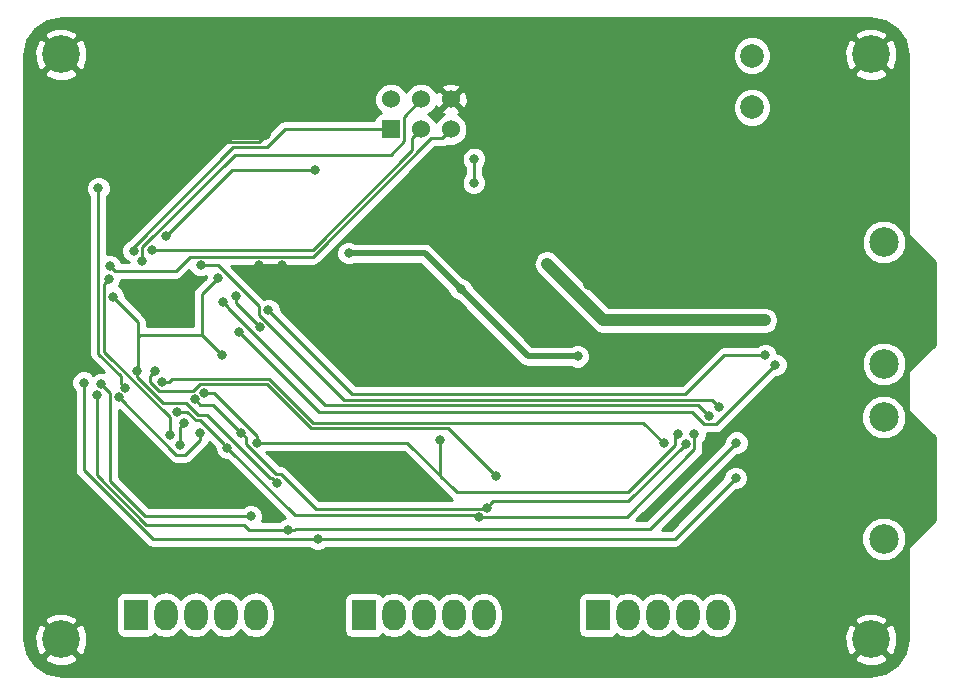
<source format=gbr>
G04 #@! TF.FileFunction,Copper,L2,Bot,Signal*
%FSLAX46Y46*%
G04 Gerber Fmt 4.6, Leading zero omitted, Abs format (unit mm)*
G04 Created by KiCad (PCBNEW 4.0.7) date 11/30/17 15:22:44*
%MOMM*%
%LPD*%
G01*
G04 APERTURE LIST*
%ADD10C,0.100000*%
%ADD11C,0.800000*%
%ADD12C,2.000000*%
%ADD13R,2.000000X2.600000*%
%ADD14O,2.000000X2.600000*%
%ADD15R,1.524000X1.524000*%
%ADD16C,1.524000*%
%ADD17C,3.200000*%
%ADD18C,2.500000*%
%ADD19C,0.250000*%
%ADD20C,1.000000*%
%ADD21C,0.500000*%
%ADD22C,0.254000*%
G04 APERTURE END LIST*
D10*
D11*
X174142400Y-67843400D03*
X176784000Y-83032600D03*
X196215000Y-83032600D03*
X216408000Y-83032600D03*
X205950441Y-68125571D03*
D12*
X223600000Y-45820000D03*
X223600000Y-50220000D03*
D13*
X210541000Y-93192600D03*
D14*
X213081000Y-93192600D03*
X215621000Y-93192600D03*
X218161000Y-93192600D03*
X220701000Y-93192600D03*
D15*
X193040000Y-52070000D03*
D16*
X195580000Y-52070000D03*
X198120000Y-52070000D03*
X198120000Y-49530000D03*
X195580000Y-49530000D03*
X193040000Y-49530000D03*
D13*
X171425000Y-93167200D03*
D14*
X173965000Y-93167200D03*
X176505000Y-93167200D03*
X179045000Y-93167200D03*
X181585000Y-93167200D03*
D13*
X190729000Y-93192600D03*
D14*
X193269000Y-93192600D03*
X195809000Y-93192600D03*
X198349000Y-93192600D03*
X200889000Y-93192600D03*
D17*
X233680000Y-45720000D03*
X233680000Y-95250000D03*
X165100000Y-95250000D03*
X165100000Y-45720000D03*
D18*
X234772200Y-61626600D03*
X234772200Y-71926600D03*
X234755800Y-76434800D03*
X234755800Y-86734800D03*
D11*
X204185141Y-68112871D03*
X183388000Y-81991200D03*
X178384200Y-64675800D03*
X178741914Y-71165859D03*
X171579852Y-72504331D03*
X169494200Y-66242958D03*
X200050400Y-56591200D03*
X200050400Y-54559200D03*
X171244588Y-62337301D03*
X172800860Y-62260060D03*
X171941979Y-63219663D03*
X169242165Y-63663880D03*
X224726500Y-71196200D03*
X182664100Y-67398900D03*
X186829700Y-86728300D03*
X222224600Y-81584800D03*
X167025977Y-73509301D03*
X222290743Y-78602138D03*
X184327800Y-85961009D03*
X168134126Y-74572733D03*
X174295945Y-77931169D03*
X169138600Y-64744600D03*
X216115900Y-78625700D03*
X173666065Y-73494499D03*
X200533000Y-84913310D03*
X218733301Y-77862508D03*
X179193543Y-79050663D03*
X174944782Y-75959810D03*
X220853000Y-75565000D03*
X176928643Y-63575708D03*
X201155300Y-84124800D03*
X218008291Y-78689200D03*
X176437779Y-74941224D03*
X180340000Y-77749400D03*
X175514000Y-76932541D03*
X175212941Y-78832564D03*
X176903721Y-77781421D03*
X169979783Y-74753163D03*
X217371722Y-77866910D03*
X177252171Y-74360888D03*
X197231000Y-78333600D03*
X181737000Y-78613000D03*
X225590100Y-72009000D03*
X180136800Y-69189600D03*
X206242541Y-63457371D03*
X224713800Y-68224400D03*
X204807437Y-61978771D03*
X209709639Y-65268071D03*
X181889400Y-63582821D03*
X183819800Y-63582821D03*
X199898000Y-49657000D03*
X196291200Y-56921400D03*
X182448200Y-52578000D03*
X176428400Y-52730400D03*
X208838800Y-71285100D03*
X198932800Y-65595500D03*
X189445900Y-62547500D03*
X201904600Y-81407000D03*
X173029864Y-72520472D03*
X181178200Y-84810600D03*
X168475988Y-73632971D03*
X219927522Y-76321997D03*
X178838945Y-66685806D03*
X181939326Y-68834902D03*
X179908200Y-66192400D03*
X168275000Y-57048400D03*
X170561000Y-73939400D03*
X173981960Y-61078960D03*
X186613800Y-55473600D03*
D19*
X182759401Y-81591201D02*
X182988001Y-81591201D01*
X171579852Y-73070016D02*
X173744636Y-75234800D01*
X171579852Y-72504331D02*
X171579852Y-73070016D01*
X173744636Y-75234800D02*
X175704500Y-75234800D01*
X175704500Y-75234800D02*
X176732198Y-76262498D01*
X176732198Y-76262498D02*
X177430698Y-76262498D01*
X177430698Y-76262498D02*
X182759401Y-81591201D01*
X182988001Y-81591201D02*
X183388000Y-81991200D01*
X177019655Y-69443600D02*
X177019655Y-66040345D01*
X177019655Y-66040345D02*
X178384200Y-64675800D01*
X177019655Y-69443600D02*
X178741914Y-71165859D01*
X171856400Y-69443600D02*
X177019655Y-69443600D01*
X171632260Y-72451923D02*
X171579852Y-72504331D01*
X171632260Y-71976715D02*
X171632260Y-72451923D01*
X171632260Y-68381018D02*
X171632260Y-71976715D01*
X171856400Y-69443600D02*
X171632260Y-69667740D01*
X171632260Y-69667740D02*
X171632260Y-71976715D01*
X169494200Y-66242958D02*
X171632260Y-68381018D01*
X200050400Y-54559200D02*
X200050400Y-56591200D01*
X193040000Y-52070000D02*
X184029204Y-52070000D01*
X184029204Y-52070000D02*
X182518794Y-53580410D01*
X182518794Y-53580410D02*
X179667790Y-53580410D01*
X179667790Y-53580410D02*
X171244588Y-62003612D01*
X171244588Y-62003612D02*
X171244588Y-62337301D01*
X186398325Y-62260060D02*
X172800860Y-62260060D01*
X194818001Y-53840384D02*
X186398325Y-62260060D01*
X195580000Y-52070000D02*
X194818001Y-52831999D01*
X194818001Y-52831999D02*
X194818001Y-53840384D01*
X195580000Y-49530000D02*
X194127001Y-50982999D01*
X194127001Y-50982999D02*
X194127001Y-53092001D01*
X194127001Y-53092001D02*
X193004382Y-54214620D01*
X179820980Y-54214620D02*
X171969598Y-62066002D01*
X171969598Y-62066002D02*
X171969598Y-62626359D01*
X193004382Y-54214620D02*
X179820980Y-54214620D01*
X171969598Y-62626359D02*
X171941979Y-62653978D01*
X171941979Y-62653978D02*
X171941979Y-63219663D01*
X169642164Y-64063879D02*
X169242165Y-63663880D01*
X174815516Y-64063879D02*
X169642164Y-64063879D01*
X196462797Y-52831999D02*
X186444089Y-62850707D01*
X197358001Y-52831999D02*
X196462797Y-52831999D01*
X198120000Y-52070000D02*
X197358001Y-52831999D01*
X176028688Y-62850707D02*
X174815516Y-64063879D01*
X186444089Y-62850707D02*
X176028688Y-62850707D01*
X189762299Y-74497099D02*
X217977699Y-74497099D01*
X221278598Y-71196200D02*
X224726500Y-71196200D01*
X217977699Y-74497099D02*
X221278598Y-71196200D01*
X182664100Y-67398900D02*
X189762299Y-74497099D01*
X187395385Y-86728300D02*
X186829700Y-86728300D01*
X222224600Y-81584800D02*
X217081100Y-86728300D01*
X186264015Y-86728300D02*
X186829700Y-86728300D01*
X217081100Y-86728300D02*
X187395385Y-86728300D01*
X172856878Y-86728300D02*
X186264015Y-86728300D01*
X167025977Y-80897399D02*
X172856878Y-86728300D01*
X167025977Y-73509301D02*
X167025977Y-80897399D01*
X214953083Y-85939798D02*
X221890744Y-79002137D01*
X184327800Y-85961009D02*
X184893485Y-85961009D01*
X184893485Y-85961009D02*
X184914696Y-85939798D01*
X184914696Y-85939798D02*
X214953083Y-85939798D01*
X221890744Y-79002137D02*
X222290743Y-78602138D01*
X184327800Y-85961009D02*
X181027007Y-85961009D01*
X168134126Y-81369137D02*
X168134126Y-74572733D01*
X172325999Y-85561010D02*
X168134126Y-81369137D01*
X181027007Y-85961009D02*
X180627008Y-85561010D01*
X180627008Y-85561010D02*
X172325999Y-85561010D01*
X168738601Y-65144599D02*
X168738601Y-70891599D01*
X169138600Y-64744600D02*
X168738601Y-65144599D01*
X168738601Y-70891599D02*
X174295945Y-76448943D01*
X174295945Y-76448943D02*
X174295945Y-77931169D01*
X182747364Y-73185875D02*
X186452800Y-76891311D01*
X174231750Y-73494499D02*
X174540374Y-73185875D01*
X214381511Y-76891311D02*
X216115900Y-78625700D01*
X186452800Y-76891311D02*
X214381511Y-76891311D01*
X173666065Y-73494499D02*
X174231750Y-73494499D01*
X174540374Y-73185875D02*
X182747364Y-73185875D01*
X200533000Y-84759800D02*
X200623002Y-84849802D01*
X200623002Y-84849802D02*
X213041398Y-84849802D01*
X213041398Y-84849802D02*
X218733301Y-79157899D01*
X218733301Y-79157899D02*
X218733301Y-78428193D01*
X218733301Y-78428193D02*
X218733301Y-77862508D01*
X200533000Y-84759800D02*
X200533000Y-84913310D01*
X178793544Y-78650664D02*
X179193543Y-79050663D01*
X178793544Y-78637964D02*
X178793544Y-78650664D01*
X184902680Y-84759800D02*
X179193543Y-79050663D01*
X175793099Y-75959810D02*
X176545798Y-76712509D01*
X174944782Y-75959810D02*
X175793099Y-75959810D01*
X176868089Y-76712509D02*
X178793544Y-78637964D01*
X200533000Y-84759800D02*
X184902680Y-84759800D01*
X176545798Y-76712509D02*
X176868089Y-76712509D01*
X220237101Y-74949101D02*
X220853000Y-75565000D01*
X181882201Y-67752458D02*
X189078844Y-74949101D01*
X178401453Y-63575708D02*
X181882201Y-67056456D01*
X189078844Y-74949101D02*
X220237101Y-74949101D01*
X176928643Y-63575708D02*
X178401453Y-63575708D01*
X181882201Y-67056456D02*
X181882201Y-67752458D01*
X201549000Y-83725013D02*
X201701400Y-83572613D01*
X201701400Y-83572613D02*
X213124878Y-83572613D01*
X213124878Y-83572613D02*
X218008291Y-78689200D01*
X201549000Y-83725013D02*
X201155300Y-84118713D01*
X201155300Y-84118713D02*
X201155300Y-84124800D01*
X180739999Y-78149399D02*
X180340000Y-77749400D01*
X201549000Y-83725013D02*
X201085713Y-84188300D01*
X201085713Y-84188300D02*
X186658104Y-84188300D01*
X186658104Y-84188300D02*
X183723302Y-81253498D01*
X183723302Y-81253498D02*
X183291113Y-81253498D01*
X183291113Y-81253498D02*
X180739999Y-78702384D01*
X180739999Y-78702384D02*
X180739999Y-78149399D01*
X176868987Y-75372432D02*
X176437779Y-74941224D01*
X180340000Y-77749400D02*
X177963032Y-75372432D01*
X177963032Y-75372432D02*
X176868987Y-75372432D01*
X175212941Y-78832564D02*
X175212941Y-77233600D01*
X175212941Y-77233600D02*
X175514000Y-76932541D01*
X174842920Y-79616300D02*
X175634527Y-79616300D01*
X176903721Y-78347106D02*
X176903721Y-77781421D01*
X175634527Y-79616300D02*
X176903721Y-78347106D01*
X169979783Y-74753163D02*
X174842920Y-79616300D01*
X213150987Y-82778600D02*
X217102750Y-78826837D01*
X198602600Y-82778600D02*
X213150987Y-82778600D01*
X217102750Y-78135882D02*
X217371722Y-77866910D01*
X217102750Y-78826837D02*
X217102750Y-78135882D01*
X181737000Y-78047315D02*
X178050573Y-74360888D01*
X178050573Y-74360888D02*
X177252171Y-74360888D01*
X181737000Y-78613000D02*
X181737000Y-78047315D01*
X181737000Y-78613000D02*
X194437000Y-78613000D01*
X194437000Y-78613000D02*
X198602600Y-82778600D01*
X198602600Y-82778600D02*
X197231000Y-81407000D01*
X197231000Y-81407000D02*
X197231000Y-78333600D01*
X218523812Y-75991289D02*
X219579521Y-77046998D01*
X186938489Y-75991289D02*
X218523812Y-75991289D01*
X180136800Y-69189600D02*
X186938489Y-75991289D01*
X219579521Y-77046998D02*
X220552102Y-77046998D01*
X220552102Y-77046998D02*
X225590100Y-72009000D01*
D20*
X224713800Y-68224400D02*
X211009570Y-68224400D01*
X211009570Y-68224400D02*
X206242541Y-63457371D01*
D19*
X206420339Y-61978771D02*
X204807437Y-61978771D01*
X209709639Y-65268071D02*
X206420339Y-61978771D01*
X183819800Y-63582821D02*
X181889400Y-63582821D01*
X196291200Y-56921400D02*
X199898000Y-53314600D01*
X199898000Y-53314600D02*
X199898000Y-49657000D01*
X181895801Y-53130399D02*
X182448200Y-52578000D01*
X176828399Y-53130399D02*
X181895801Y-53130399D01*
X176428400Y-52730400D02*
X176828399Y-53130399D01*
D21*
X208838800Y-71285100D02*
X204622400Y-71285100D01*
X204622400Y-71285100D02*
X198932800Y-65595500D01*
X198932800Y-65595500D02*
X195884800Y-62547500D01*
X195884800Y-62547500D02*
X189445900Y-62547500D01*
D19*
X176904169Y-73635886D02*
X182560964Y-73635886D01*
X186266400Y-77341322D02*
X197838922Y-77341322D01*
X172629865Y-73483618D02*
X173371784Y-74225537D01*
X173371784Y-74225537D02*
X176314518Y-74225537D01*
X182560964Y-73635886D02*
X186266400Y-77341322D01*
X173029864Y-72520472D02*
X172629865Y-72920471D01*
X172629865Y-72920471D02*
X172629865Y-73483618D01*
X197838922Y-77341322D02*
X201904600Y-81407000D01*
X176314518Y-74225537D02*
X176904169Y-73635886D01*
X169254782Y-81853382D02*
X172212000Y-84810600D01*
X172212000Y-84810600D02*
X181178200Y-84810600D01*
X169254782Y-74411765D02*
X169254782Y-81853382D01*
X168475988Y-73632971D02*
X169254782Y-74411765D01*
X219007103Y-75401578D02*
X219927522Y-76321997D01*
X179238944Y-67179554D02*
X187460968Y-75401578D01*
X187460968Y-75401578D02*
X219007103Y-75401578D01*
X179238944Y-67085805D02*
X179238944Y-67179554D01*
X178838945Y-66685806D02*
X179238944Y-67085805D01*
X179908200Y-66803776D02*
X181939326Y-68834902D01*
X179908200Y-66192400D02*
X179908200Y-66803776D01*
X168275000Y-71069200D02*
X168275000Y-57048400D01*
X170161001Y-72955201D02*
X168275000Y-71069200D01*
X170561000Y-73939400D02*
X170161001Y-73539401D01*
X170161001Y-73539401D02*
X170161001Y-72955201D01*
X179587320Y-55473600D02*
X173981960Y-61078960D01*
X186613800Y-55473600D02*
X179587320Y-55473600D01*
D22*
G36*
X234860995Y-42868824D02*
X235862196Y-43537804D01*
X236531175Y-44539005D01*
X236780000Y-45789931D01*
X236780000Y-60706000D01*
X236834046Y-60977705D01*
X236987954Y-61208046D01*
X239066000Y-63286092D01*
X239066000Y-70317908D01*
X236987954Y-72395954D01*
X236834046Y-72626295D01*
X236780000Y-72898000D01*
X236780000Y-75565000D01*
X236834046Y-75836705D01*
X236987954Y-76067046D01*
X239066000Y-78145092D01*
X239066000Y-85176908D01*
X236987954Y-87254954D01*
X236834046Y-87485295D01*
X236780000Y-87757000D01*
X236780000Y-95180069D01*
X236531175Y-96430995D01*
X235862196Y-97432196D01*
X234860995Y-98101176D01*
X233610069Y-98350000D01*
X165169931Y-98350000D01*
X163919005Y-98101175D01*
X162917804Y-97432196D01*
X162519575Y-96836202D01*
X163693403Y-96836202D01*
X163865390Y-97165360D01*
X164692346Y-97492026D01*
X165581363Y-97477365D01*
X166334610Y-97165360D01*
X166506597Y-96836202D01*
X232273403Y-96836202D01*
X232445390Y-97165360D01*
X233272346Y-97492026D01*
X234161363Y-97477365D01*
X234914610Y-97165360D01*
X235086597Y-96836202D01*
X233680000Y-95429605D01*
X232273403Y-96836202D01*
X166506597Y-96836202D01*
X165100000Y-95429605D01*
X163693403Y-96836202D01*
X162519575Y-96836202D01*
X162248824Y-96430995D01*
X162000000Y-95180069D01*
X162000000Y-94842346D01*
X162857974Y-94842346D01*
X162872635Y-95731363D01*
X163184640Y-96484610D01*
X163513798Y-96656597D01*
X164920395Y-95250000D01*
X165279605Y-95250000D01*
X166686202Y-96656597D01*
X167015360Y-96484610D01*
X167342026Y-95657654D01*
X167327365Y-94768637D01*
X167015360Y-94015390D01*
X166686202Y-93843403D01*
X165279605Y-95250000D01*
X164920395Y-95250000D01*
X163513798Y-93843403D01*
X163184640Y-94015390D01*
X162857974Y-94842346D01*
X162000000Y-94842346D01*
X162000000Y-93663798D01*
X163693403Y-93663798D01*
X165100000Y-95070395D01*
X166506597Y-93663798D01*
X166334610Y-93334640D01*
X165507654Y-93007974D01*
X164618637Y-93022635D01*
X163865390Y-93334640D01*
X163693403Y-93663798D01*
X162000000Y-93663798D01*
X162000000Y-91867200D01*
X169777560Y-91867200D01*
X169777560Y-94467200D01*
X169821838Y-94702517D01*
X169960910Y-94918641D01*
X170173110Y-95063631D01*
X170425000Y-95114640D01*
X172425000Y-95114640D01*
X172660317Y-95070362D01*
X172876441Y-94931290D01*
X172981951Y-94776871D01*
X173339313Y-95015652D01*
X173965000Y-95140109D01*
X174590687Y-95015652D01*
X175121120Y-94661229D01*
X175235000Y-94490795D01*
X175348880Y-94661229D01*
X175879313Y-95015652D01*
X176505000Y-95140109D01*
X177130687Y-95015652D01*
X177661120Y-94661229D01*
X177775000Y-94490795D01*
X177888880Y-94661229D01*
X178419313Y-95015652D01*
X179045000Y-95140109D01*
X179670687Y-95015652D01*
X180201120Y-94661229D01*
X180315000Y-94490795D01*
X180428880Y-94661229D01*
X180959313Y-95015652D01*
X181585000Y-95140109D01*
X182210687Y-95015652D01*
X182741120Y-94661229D01*
X183095543Y-94130796D01*
X183220000Y-93505109D01*
X183220000Y-92829291D01*
X183095543Y-92203604D01*
X182887738Y-91892600D01*
X189081560Y-91892600D01*
X189081560Y-94492600D01*
X189125838Y-94727917D01*
X189264910Y-94944041D01*
X189477110Y-95089031D01*
X189729000Y-95140040D01*
X191729000Y-95140040D01*
X191964317Y-95095762D01*
X192180441Y-94956690D01*
X192285951Y-94802271D01*
X192643313Y-95041052D01*
X193269000Y-95165509D01*
X193894687Y-95041052D01*
X194425120Y-94686629D01*
X194539000Y-94516195D01*
X194652880Y-94686629D01*
X195183313Y-95041052D01*
X195809000Y-95165509D01*
X196434687Y-95041052D01*
X196965120Y-94686629D01*
X197079000Y-94516195D01*
X197192880Y-94686629D01*
X197723313Y-95041052D01*
X198349000Y-95165509D01*
X198974687Y-95041052D01*
X199505120Y-94686629D01*
X199619000Y-94516195D01*
X199732880Y-94686629D01*
X200263313Y-95041052D01*
X200889000Y-95165509D01*
X201514687Y-95041052D01*
X202045120Y-94686629D01*
X202399543Y-94156196D01*
X202524000Y-93530509D01*
X202524000Y-92854691D01*
X202399543Y-92229004D01*
X202174766Y-91892600D01*
X208893560Y-91892600D01*
X208893560Y-94492600D01*
X208937838Y-94727917D01*
X209076910Y-94944041D01*
X209289110Y-95089031D01*
X209541000Y-95140040D01*
X211541000Y-95140040D01*
X211776317Y-95095762D01*
X211992441Y-94956690D01*
X212097951Y-94802271D01*
X212455313Y-95041052D01*
X213081000Y-95165509D01*
X213706687Y-95041052D01*
X214237120Y-94686629D01*
X214351000Y-94516195D01*
X214464880Y-94686629D01*
X214995313Y-95041052D01*
X215621000Y-95165509D01*
X216246687Y-95041052D01*
X216777120Y-94686629D01*
X216891000Y-94516195D01*
X217004880Y-94686629D01*
X217535313Y-95041052D01*
X218161000Y-95165509D01*
X218786687Y-95041052D01*
X219317120Y-94686629D01*
X219431000Y-94516195D01*
X219544880Y-94686629D01*
X220075313Y-95041052D01*
X220701000Y-95165509D01*
X221326687Y-95041052D01*
X221624072Y-94842346D01*
X231437974Y-94842346D01*
X231452635Y-95731363D01*
X231764640Y-96484610D01*
X232093798Y-96656597D01*
X233500395Y-95250000D01*
X233859605Y-95250000D01*
X235266202Y-96656597D01*
X235595360Y-96484610D01*
X235922026Y-95657654D01*
X235907365Y-94768637D01*
X235595360Y-94015390D01*
X235266202Y-93843403D01*
X233859605Y-95250000D01*
X233500395Y-95250000D01*
X232093798Y-93843403D01*
X231764640Y-94015390D01*
X231437974Y-94842346D01*
X221624072Y-94842346D01*
X221857120Y-94686629D01*
X222211543Y-94156196D01*
X222309487Y-93663798D01*
X232273403Y-93663798D01*
X233680000Y-95070395D01*
X235086597Y-93663798D01*
X234914610Y-93334640D01*
X234087654Y-93007974D01*
X233198637Y-93022635D01*
X232445390Y-93334640D01*
X232273403Y-93663798D01*
X222309487Y-93663798D01*
X222336000Y-93530509D01*
X222336000Y-92854691D01*
X222211543Y-92229004D01*
X221857120Y-91698571D01*
X221326687Y-91344148D01*
X220701000Y-91219691D01*
X220075313Y-91344148D01*
X219544880Y-91698571D01*
X219431000Y-91869005D01*
X219317120Y-91698571D01*
X218786687Y-91344148D01*
X218161000Y-91219691D01*
X217535313Y-91344148D01*
X217004880Y-91698571D01*
X216891000Y-91869005D01*
X216777120Y-91698571D01*
X216246687Y-91344148D01*
X215621000Y-91219691D01*
X214995313Y-91344148D01*
X214464880Y-91698571D01*
X214351000Y-91869005D01*
X214237120Y-91698571D01*
X213706687Y-91344148D01*
X213081000Y-91219691D01*
X212455313Y-91344148D01*
X212096808Y-91583693D01*
X212005090Y-91441159D01*
X211792890Y-91296169D01*
X211541000Y-91245160D01*
X209541000Y-91245160D01*
X209305683Y-91289438D01*
X209089559Y-91428510D01*
X208944569Y-91640710D01*
X208893560Y-91892600D01*
X202174766Y-91892600D01*
X202045120Y-91698571D01*
X201514687Y-91344148D01*
X200889000Y-91219691D01*
X200263313Y-91344148D01*
X199732880Y-91698571D01*
X199619000Y-91869005D01*
X199505120Y-91698571D01*
X198974687Y-91344148D01*
X198349000Y-91219691D01*
X197723313Y-91344148D01*
X197192880Y-91698571D01*
X197079000Y-91869005D01*
X196965120Y-91698571D01*
X196434687Y-91344148D01*
X195809000Y-91219691D01*
X195183313Y-91344148D01*
X194652880Y-91698571D01*
X194539000Y-91869005D01*
X194425120Y-91698571D01*
X193894687Y-91344148D01*
X193269000Y-91219691D01*
X192643313Y-91344148D01*
X192284808Y-91583693D01*
X192193090Y-91441159D01*
X191980890Y-91296169D01*
X191729000Y-91245160D01*
X189729000Y-91245160D01*
X189493683Y-91289438D01*
X189277559Y-91428510D01*
X189132569Y-91640710D01*
X189081560Y-91892600D01*
X182887738Y-91892600D01*
X182741120Y-91673171D01*
X182210687Y-91318748D01*
X181585000Y-91194291D01*
X180959313Y-91318748D01*
X180428880Y-91673171D01*
X180315000Y-91843605D01*
X180201120Y-91673171D01*
X179670687Y-91318748D01*
X179045000Y-91194291D01*
X178419313Y-91318748D01*
X177888880Y-91673171D01*
X177775000Y-91843605D01*
X177661120Y-91673171D01*
X177130687Y-91318748D01*
X176505000Y-91194291D01*
X175879313Y-91318748D01*
X175348880Y-91673171D01*
X175235000Y-91843605D01*
X175121120Y-91673171D01*
X174590687Y-91318748D01*
X173965000Y-91194291D01*
X173339313Y-91318748D01*
X172980808Y-91558293D01*
X172889090Y-91415759D01*
X172676890Y-91270769D01*
X172425000Y-91219760D01*
X170425000Y-91219760D01*
X170189683Y-91264038D01*
X169973559Y-91403110D01*
X169828569Y-91615310D01*
X169777560Y-91867200D01*
X162000000Y-91867200D01*
X162000000Y-73714272D01*
X165990798Y-73714272D01*
X166148035Y-74094816D01*
X166265977Y-74212964D01*
X166265977Y-80897399D01*
X166323829Y-81188238D01*
X166488576Y-81434800D01*
X172319477Y-87265701D01*
X172566038Y-87430448D01*
X172856878Y-87488300D01*
X186125939Y-87488300D01*
X186242654Y-87605219D01*
X186622923Y-87763120D01*
X187034671Y-87763479D01*
X187415215Y-87606242D01*
X187533363Y-87488300D01*
X217081100Y-87488300D01*
X217371939Y-87430448D01*
X217618501Y-87265701D01*
X217776097Y-87108105D01*
X232870474Y-87108105D01*
X233156843Y-87801172D01*
X233686639Y-88331893D01*
X234379205Y-88619472D01*
X235129105Y-88620126D01*
X235822172Y-88333757D01*
X236352893Y-87803961D01*
X236640472Y-87111395D01*
X236641126Y-86361495D01*
X236354757Y-85668428D01*
X235824961Y-85137707D01*
X235132395Y-84850128D01*
X234382495Y-84849474D01*
X233689428Y-85135843D01*
X233158707Y-85665639D01*
X232871128Y-86358205D01*
X232870474Y-87108105D01*
X217776097Y-87108105D01*
X222264367Y-82619835D01*
X222429571Y-82619979D01*
X222810115Y-82462742D01*
X223101519Y-82171846D01*
X223259420Y-81791577D01*
X223259779Y-81379829D01*
X223102542Y-80999285D01*
X222811646Y-80707881D01*
X222431377Y-80549980D01*
X222019629Y-80549621D01*
X221639085Y-80706858D01*
X221347681Y-80997754D01*
X221189780Y-81378023D01*
X221189634Y-81544964D01*
X216766298Y-85968300D01*
X215999383Y-85968300D01*
X222330510Y-79637173D01*
X222495714Y-79637317D01*
X222876258Y-79480080D01*
X223167662Y-79189184D01*
X223325563Y-78808915D01*
X223325922Y-78397167D01*
X223168685Y-78016623D01*
X222877789Y-77725219D01*
X222497520Y-77567318D01*
X222085772Y-77566959D01*
X221705228Y-77724196D01*
X221413824Y-78015092D01*
X221255923Y-78395361D01*
X221255777Y-78562302D01*
X214638281Y-85179798D01*
X213786204Y-85179798D01*
X219270702Y-79695300D01*
X219435449Y-79448739D01*
X219457056Y-79340112D01*
X219493301Y-79157899D01*
X219493301Y-78566269D01*
X219610220Y-78449554D01*
X219768121Y-78069285D01*
X219768350Y-77806998D01*
X220552102Y-77806998D01*
X220842941Y-77749146D01*
X221089503Y-77584399D01*
X221865797Y-76808105D01*
X232870474Y-76808105D01*
X233156843Y-77501172D01*
X233686639Y-78031893D01*
X234379205Y-78319472D01*
X235129105Y-78320126D01*
X235822172Y-78033757D01*
X236352893Y-77503961D01*
X236640472Y-76811395D01*
X236641126Y-76061495D01*
X236354757Y-75368428D01*
X235824961Y-74837707D01*
X235132395Y-74550128D01*
X234382495Y-74549474D01*
X233689428Y-74835843D01*
X233158707Y-75365639D01*
X232871128Y-76058205D01*
X232870474Y-76808105D01*
X221865797Y-76808105D01*
X225629867Y-73044035D01*
X225795071Y-73044179D01*
X226175615Y-72886942D01*
X226467019Y-72596046D01*
X226589987Y-72299905D01*
X232886874Y-72299905D01*
X233173243Y-72992972D01*
X233703039Y-73523693D01*
X234395605Y-73811272D01*
X235145505Y-73811926D01*
X235838572Y-73525557D01*
X236369293Y-72995761D01*
X236656872Y-72303195D01*
X236657526Y-71553295D01*
X236371157Y-70860228D01*
X235841361Y-70329507D01*
X235148795Y-70041928D01*
X234398895Y-70041274D01*
X233705828Y-70327643D01*
X233175107Y-70857439D01*
X232887528Y-71550005D01*
X232886874Y-72299905D01*
X226589987Y-72299905D01*
X226624920Y-72215777D01*
X226625279Y-71804029D01*
X226468042Y-71423485D01*
X226177146Y-71132081D01*
X225796877Y-70974180D01*
X225754619Y-70974143D01*
X225604442Y-70610685D01*
X225313546Y-70319281D01*
X224933277Y-70161380D01*
X224521529Y-70161021D01*
X224140985Y-70318258D01*
X224022837Y-70436200D01*
X221278598Y-70436200D01*
X220987759Y-70494052D01*
X220741197Y-70658799D01*
X217662897Y-73737099D01*
X190077101Y-73737099D01*
X183699135Y-67359133D01*
X183699279Y-67193929D01*
X183542042Y-66813385D01*
X183251146Y-66521981D01*
X182870877Y-66364080D01*
X182459129Y-66363721D01*
X182321242Y-66420695D01*
X179511254Y-63610707D01*
X186444089Y-63610707D01*
X186734928Y-63552855D01*
X186981490Y-63388108D01*
X187617127Y-62752471D01*
X188410721Y-62752471D01*
X188567958Y-63133015D01*
X188858854Y-63424419D01*
X189239123Y-63582320D01*
X189650871Y-63582679D01*
X190014333Y-63432500D01*
X195518220Y-63432500D01*
X197905669Y-65819948D01*
X198054858Y-66181015D01*
X198345754Y-66472419D01*
X198708951Y-66623231D01*
X203996608Y-71910887D01*
X203996610Y-71910890D01*
X204283725Y-72102733D01*
X204622400Y-72170100D01*
X208271215Y-72170100D01*
X208632023Y-72319920D01*
X209043771Y-72320279D01*
X209424315Y-72163042D01*
X209715719Y-71872146D01*
X209873620Y-71491877D01*
X209873979Y-71080129D01*
X209716742Y-70699585D01*
X209425846Y-70408181D01*
X209045577Y-70250280D01*
X208633829Y-70249921D01*
X208270367Y-70400100D01*
X204988979Y-70400100D01*
X199959931Y-65371051D01*
X199810742Y-65009985D01*
X199519846Y-64718581D01*
X199156647Y-64567768D01*
X198046251Y-63457371D01*
X205107541Y-63457371D01*
X205193938Y-63891716D01*
X205439975Y-64259937D01*
X210207004Y-69026966D01*
X210575224Y-69273003D01*
X211009570Y-69359400D01*
X224713800Y-69359400D01*
X225148146Y-69273003D01*
X225516366Y-69026966D01*
X225762403Y-68658746D01*
X225848800Y-68224400D01*
X225762403Y-67790054D01*
X225516366Y-67421834D01*
X225148146Y-67175797D01*
X224713800Y-67089400D01*
X211479702Y-67089400D01*
X207045107Y-62654805D01*
X206676886Y-62408768D01*
X206242541Y-62322371D01*
X205808196Y-62408768D01*
X205439975Y-62654805D01*
X205193938Y-63023026D01*
X205107541Y-63457371D01*
X198046251Y-63457371D01*
X196588785Y-61999905D01*
X232886874Y-61999905D01*
X233173243Y-62692972D01*
X233703039Y-63223693D01*
X234395605Y-63511272D01*
X235145505Y-63511926D01*
X235838572Y-63225557D01*
X236369293Y-62695761D01*
X236656872Y-62003195D01*
X236657526Y-61253295D01*
X236371157Y-60560228D01*
X235841361Y-60029507D01*
X235148795Y-59741928D01*
X234398895Y-59741274D01*
X233705828Y-60027643D01*
X233175107Y-60557439D01*
X232887528Y-61250005D01*
X232886874Y-61999905D01*
X196588785Y-61999905D01*
X196510590Y-61921710D01*
X196386745Y-61838960D01*
X196223475Y-61729867D01*
X196167284Y-61718690D01*
X195884800Y-61662499D01*
X195884795Y-61662500D01*
X190013485Y-61662500D01*
X189652677Y-61512680D01*
X189240929Y-61512321D01*
X188860385Y-61669558D01*
X188568981Y-61960454D01*
X188411080Y-62340723D01*
X188410721Y-62752471D01*
X187617127Y-62752471D01*
X195605427Y-54764171D01*
X199015221Y-54764171D01*
X199172458Y-55144715D01*
X199290400Y-55262863D01*
X199290400Y-55887439D01*
X199173481Y-56004154D01*
X199015580Y-56384423D01*
X199015221Y-56796171D01*
X199172458Y-57176715D01*
X199463354Y-57468119D01*
X199843623Y-57626020D01*
X200255371Y-57626379D01*
X200635915Y-57469142D01*
X200927319Y-57178246D01*
X201085220Y-56797977D01*
X201085579Y-56386229D01*
X200928342Y-56005685D01*
X200810400Y-55887537D01*
X200810400Y-55262961D01*
X200927319Y-55146246D01*
X201085220Y-54765977D01*
X201085579Y-54354229D01*
X200928342Y-53973685D01*
X200637446Y-53682281D01*
X200257177Y-53524380D01*
X199845429Y-53524021D01*
X199464885Y-53681258D01*
X199173481Y-53972154D01*
X199015580Y-54352423D01*
X199015221Y-54764171D01*
X195605427Y-54764171D01*
X196777599Y-53591999D01*
X197358001Y-53591999D01*
X197648840Y-53534147D01*
X197784652Y-53443401D01*
X197840900Y-53466757D01*
X198396661Y-53467242D01*
X198910303Y-53255010D01*
X199303629Y-52862370D01*
X199516757Y-52349100D01*
X199517242Y-51793339D01*
X199305010Y-51279697D01*
X198912370Y-50886371D01*
X198720273Y-50806605D01*
X198851143Y-50752397D01*
X198910975Y-50543795D01*
X221964716Y-50543795D01*
X222213106Y-51144943D01*
X222672637Y-51605278D01*
X223273352Y-51854716D01*
X223923795Y-51855284D01*
X224524943Y-51606894D01*
X224985278Y-51147363D01*
X225234716Y-50546648D01*
X225235284Y-49896205D01*
X224986894Y-49295057D01*
X224527363Y-48834722D01*
X223926648Y-48585284D01*
X223276205Y-48584716D01*
X222675057Y-48833106D01*
X222214722Y-49292637D01*
X221965284Y-49893352D01*
X221964716Y-50543795D01*
X198910975Y-50543795D01*
X198920608Y-50510213D01*
X198120000Y-49709605D01*
X197319392Y-50510213D01*
X197388857Y-50752397D01*
X197529318Y-50802509D01*
X197329697Y-50884990D01*
X196936371Y-51277630D01*
X196850051Y-51485512D01*
X196765010Y-51279697D01*
X196372370Y-50886371D01*
X196164488Y-50800051D01*
X196370303Y-50715010D01*
X196763629Y-50322370D01*
X196843395Y-50130273D01*
X196897603Y-50261143D01*
X197139787Y-50330608D01*
X197940395Y-49530000D01*
X198299605Y-49530000D01*
X199100213Y-50330608D01*
X199342397Y-50261143D01*
X199529144Y-49737698D01*
X199501362Y-49182632D01*
X199342397Y-48798857D01*
X199100213Y-48729392D01*
X198299605Y-49530000D01*
X197940395Y-49530000D01*
X197139787Y-48729392D01*
X196897603Y-48798857D01*
X196847491Y-48939318D01*
X196765010Y-48739697D01*
X196575432Y-48549787D01*
X197319392Y-48549787D01*
X198120000Y-49350395D01*
X198920608Y-48549787D01*
X198851143Y-48307603D01*
X198327698Y-48120856D01*
X197772632Y-48148638D01*
X197388857Y-48307603D01*
X197319392Y-48549787D01*
X196575432Y-48549787D01*
X196372370Y-48346371D01*
X195859100Y-48133243D01*
X195303339Y-48132758D01*
X194789697Y-48344990D01*
X194396371Y-48737630D01*
X194310051Y-48945512D01*
X194225010Y-48739697D01*
X193832370Y-48346371D01*
X193319100Y-48133243D01*
X192763339Y-48132758D01*
X192249697Y-48344990D01*
X191856371Y-48737630D01*
X191643243Y-49250900D01*
X191642758Y-49806661D01*
X191854990Y-50320303D01*
X192207833Y-50673763D01*
X192042683Y-50704838D01*
X191826559Y-50843910D01*
X191681569Y-51056110D01*
X191630560Y-51308000D01*
X191630560Y-51310000D01*
X184029204Y-51310000D01*
X183738364Y-51367852D01*
X183491803Y-51532599D01*
X182203992Y-52820410D01*
X179667790Y-52820410D01*
X179376951Y-52878262D01*
X179130389Y-53043008D01*
X170752742Y-61420656D01*
X170659073Y-61459359D01*
X170367669Y-61750255D01*
X170209768Y-62130524D01*
X170209409Y-62542272D01*
X170366646Y-62922816D01*
X170657542Y-63214220D01*
X170873466Y-63303879D01*
X170213287Y-63303879D01*
X170120107Y-63078365D01*
X169829211Y-62786961D01*
X169448942Y-62629060D01*
X169037194Y-62628701D01*
X169035000Y-62629608D01*
X169035000Y-57752161D01*
X169151919Y-57635446D01*
X169309820Y-57255177D01*
X169310179Y-56843429D01*
X169152942Y-56462885D01*
X168862046Y-56171481D01*
X168481777Y-56013580D01*
X168070029Y-56013221D01*
X167689485Y-56170458D01*
X167398081Y-56461354D01*
X167240180Y-56841623D01*
X167239821Y-57253371D01*
X167397058Y-57633915D01*
X167515000Y-57752063D01*
X167515000Y-71069200D01*
X167572852Y-71360039D01*
X167737599Y-71606601D01*
X168762086Y-72631088D01*
X168682765Y-72598151D01*
X168271017Y-72597792D01*
X167890473Y-72755029D01*
X167812829Y-72832537D01*
X167613023Y-72632382D01*
X167232754Y-72474481D01*
X166821006Y-72474122D01*
X166440462Y-72631359D01*
X166149058Y-72922255D01*
X165991157Y-73302524D01*
X165990798Y-73714272D01*
X162000000Y-73714272D01*
X162000000Y-47306202D01*
X163693403Y-47306202D01*
X163865390Y-47635360D01*
X164692346Y-47962026D01*
X165581363Y-47947365D01*
X166334610Y-47635360D01*
X166506597Y-47306202D01*
X165100000Y-45899605D01*
X163693403Y-47306202D01*
X162000000Y-47306202D01*
X162000000Y-45789931D01*
X162094997Y-45312346D01*
X162857974Y-45312346D01*
X162872635Y-46201363D01*
X163184640Y-46954610D01*
X163513798Y-47126597D01*
X164920395Y-45720000D01*
X165279605Y-45720000D01*
X166686202Y-47126597D01*
X167015360Y-46954610D01*
X167335649Y-46143795D01*
X221964716Y-46143795D01*
X222213106Y-46744943D01*
X222672637Y-47205278D01*
X223273352Y-47454716D01*
X223923795Y-47455284D01*
X224284599Y-47306202D01*
X232273403Y-47306202D01*
X232445390Y-47635360D01*
X233272346Y-47962026D01*
X234161363Y-47947365D01*
X234914610Y-47635360D01*
X235086597Y-47306202D01*
X233680000Y-45899605D01*
X232273403Y-47306202D01*
X224284599Y-47306202D01*
X224524943Y-47206894D01*
X224985278Y-46747363D01*
X225234716Y-46146648D01*
X225235284Y-45496205D01*
X225159315Y-45312346D01*
X231437974Y-45312346D01*
X231452635Y-46201363D01*
X231764640Y-46954610D01*
X232093798Y-47126597D01*
X233500395Y-45720000D01*
X233859605Y-45720000D01*
X235266202Y-47126597D01*
X235595360Y-46954610D01*
X235922026Y-46127654D01*
X235907365Y-45238637D01*
X235595360Y-44485390D01*
X235266202Y-44313403D01*
X233859605Y-45720000D01*
X233500395Y-45720000D01*
X232093798Y-44313403D01*
X231764640Y-44485390D01*
X231437974Y-45312346D01*
X225159315Y-45312346D01*
X224986894Y-44895057D01*
X224527363Y-44434722D01*
X223926648Y-44185284D01*
X223276205Y-44184716D01*
X222675057Y-44433106D01*
X222214722Y-44892637D01*
X221965284Y-45493352D01*
X221964716Y-46143795D01*
X167335649Y-46143795D01*
X167342026Y-46127654D01*
X167327365Y-45238637D01*
X167015360Y-44485390D01*
X166686202Y-44313403D01*
X165279605Y-45720000D01*
X164920395Y-45720000D01*
X163513798Y-44313403D01*
X163184640Y-44485390D01*
X162857974Y-45312346D01*
X162094997Y-45312346D01*
X162248824Y-44539005D01*
X162519574Y-44133798D01*
X163693403Y-44133798D01*
X165100000Y-45540395D01*
X166506597Y-44133798D01*
X232273403Y-44133798D01*
X233680000Y-45540395D01*
X235086597Y-44133798D01*
X234914610Y-43804640D01*
X234087654Y-43477974D01*
X233198637Y-43492635D01*
X232445390Y-43804640D01*
X232273403Y-44133798D01*
X166506597Y-44133798D01*
X166334610Y-43804640D01*
X165507654Y-43477974D01*
X164618637Y-43492635D01*
X163865390Y-43804640D01*
X163693403Y-44133798D01*
X162519574Y-44133798D01*
X162917804Y-43537804D01*
X163919005Y-42868825D01*
X165169931Y-42620000D01*
X233610069Y-42620000D01*
X234860995Y-42868824D01*
X234860995Y-42868824D01*
G37*
X234860995Y-42868824D02*
X235862196Y-43537804D01*
X236531175Y-44539005D01*
X236780000Y-45789931D01*
X236780000Y-60706000D01*
X236834046Y-60977705D01*
X236987954Y-61208046D01*
X239066000Y-63286092D01*
X239066000Y-70317908D01*
X236987954Y-72395954D01*
X236834046Y-72626295D01*
X236780000Y-72898000D01*
X236780000Y-75565000D01*
X236834046Y-75836705D01*
X236987954Y-76067046D01*
X239066000Y-78145092D01*
X239066000Y-85176908D01*
X236987954Y-87254954D01*
X236834046Y-87485295D01*
X236780000Y-87757000D01*
X236780000Y-95180069D01*
X236531175Y-96430995D01*
X235862196Y-97432196D01*
X234860995Y-98101176D01*
X233610069Y-98350000D01*
X165169931Y-98350000D01*
X163919005Y-98101175D01*
X162917804Y-97432196D01*
X162519575Y-96836202D01*
X163693403Y-96836202D01*
X163865390Y-97165360D01*
X164692346Y-97492026D01*
X165581363Y-97477365D01*
X166334610Y-97165360D01*
X166506597Y-96836202D01*
X232273403Y-96836202D01*
X232445390Y-97165360D01*
X233272346Y-97492026D01*
X234161363Y-97477365D01*
X234914610Y-97165360D01*
X235086597Y-96836202D01*
X233680000Y-95429605D01*
X232273403Y-96836202D01*
X166506597Y-96836202D01*
X165100000Y-95429605D01*
X163693403Y-96836202D01*
X162519575Y-96836202D01*
X162248824Y-96430995D01*
X162000000Y-95180069D01*
X162000000Y-94842346D01*
X162857974Y-94842346D01*
X162872635Y-95731363D01*
X163184640Y-96484610D01*
X163513798Y-96656597D01*
X164920395Y-95250000D01*
X165279605Y-95250000D01*
X166686202Y-96656597D01*
X167015360Y-96484610D01*
X167342026Y-95657654D01*
X167327365Y-94768637D01*
X167015360Y-94015390D01*
X166686202Y-93843403D01*
X165279605Y-95250000D01*
X164920395Y-95250000D01*
X163513798Y-93843403D01*
X163184640Y-94015390D01*
X162857974Y-94842346D01*
X162000000Y-94842346D01*
X162000000Y-93663798D01*
X163693403Y-93663798D01*
X165100000Y-95070395D01*
X166506597Y-93663798D01*
X166334610Y-93334640D01*
X165507654Y-93007974D01*
X164618637Y-93022635D01*
X163865390Y-93334640D01*
X163693403Y-93663798D01*
X162000000Y-93663798D01*
X162000000Y-91867200D01*
X169777560Y-91867200D01*
X169777560Y-94467200D01*
X169821838Y-94702517D01*
X169960910Y-94918641D01*
X170173110Y-95063631D01*
X170425000Y-95114640D01*
X172425000Y-95114640D01*
X172660317Y-95070362D01*
X172876441Y-94931290D01*
X172981951Y-94776871D01*
X173339313Y-95015652D01*
X173965000Y-95140109D01*
X174590687Y-95015652D01*
X175121120Y-94661229D01*
X175235000Y-94490795D01*
X175348880Y-94661229D01*
X175879313Y-95015652D01*
X176505000Y-95140109D01*
X177130687Y-95015652D01*
X177661120Y-94661229D01*
X177775000Y-94490795D01*
X177888880Y-94661229D01*
X178419313Y-95015652D01*
X179045000Y-95140109D01*
X179670687Y-95015652D01*
X180201120Y-94661229D01*
X180315000Y-94490795D01*
X180428880Y-94661229D01*
X180959313Y-95015652D01*
X181585000Y-95140109D01*
X182210687Y-95015652D01*
X182741120Y-94661229D01*
X183095543Y-94130796D01*
X183220000Y-93505109D01*
X183220000Y-92829291D01*
X183095543Y-92203604D01*
X182887738Y-91892600D01*
X189081560Y-91892600D01*
X189081560Y-94492600D01*
X189125838Y-94727917D01*
X189264910Y-94944041D01*
X189477110Y-95089031D01*
X189729000Y-95140040D01*
X191729000Y-95140040D01*
X191964317Y-95095762D01*
X192180441Y-94956690D01*
X192285951Y-94802271D01*
X192643313Y-95041052D01*
X193269000Y-95165509D01*
X193894687Y-95041052D01*
X194425120Y-94686629D01*
X194539000Y-94516195D01*
X194652880Y-94686629D01*
X195183313Y-95041052D01*
X195809000Y-95165509D01*
X196434687Y-95041052D01*
X196965120Y-94686629D01*
X197079000Y-94516195D01*
X197192880Y-94686629D01*
X197723313Y-95041052D01*
X198349000Y-95165509D01*
X198974687Y-95041052D01*
X199505120Y-94686629D01*
X199619000Y-94516195D01*
X199732880Y-94686629D01*
X200263313Y-95041052D01*
X200889000Y-95165509D01*
X201514687Y-95041052D01*
X202045120Y-94686629D01*
X202399543Y-94156196D01*
X202524000Y-93530509D01*
X202524000Y-92854691D01*
X202399543Y-92229004D01*
X202174766Y-91892600D01*
X208893560Y-91892600D01*
X208893560Y-94492600D01*
X208937838Y-94727917D01*
X209076910Y-94944041D01*
X209289110Y-95089031D01*
X209541000Y-95140040D01*
X211541000Y-95140040D01*
X211776317Y-95095762D01*
X211992441Y-94956690D01*
X212097951Y-94802271D01*
X212455313Y-95041052D01*
X213081000Y-95165509D01*
X213706687Y-95041052D01*
X214237120Y-94686629D01*
X214351000Y-94516195D01*
X214464880Y-94686629D01*
X214995313Y-95041052D01*
X215621000Y-95165509D01*
X216246687Y-95041052D01*
X216777120Y-94686629D01*
X216891000Y-94516195D01*
X217004880Y-94686629D01*
X217535313Y-95041052D01*
X218161000Y-95165509D01*
X218786687Y-95041052D01*
X219317120Y-94686629D01*
X219431000Y-94516195D01*
X219544880Y-94686629D01*
X220075313Y-95041052D01*
X220701000Y-95165509D01*
X221326687Y-95041052D01*
X221624072Y-94842346D01*
X231437974Y-94842346D01*
X231452635Y-95731363D01*
X231764640Y-96484610D01*
X232093798Y-96656597D01*
X233500395Y-95250000D01*
X233859605Y-95250000D01*
X235266202Y-96656597D01*
X235595360Y-96484610D01*
X235922026Y-95657654D01*
X235907365Y-94768637D01*
X235595360Y-94015390D01*
X235266202Y-93843403D01*
X233859605Y-95250000D01*
X233500395Y-95250000D01*
X232093798Y-93843403D01*
X231764640Y-94015390D01*
X231437974Y-94842346D01*
X221624072Y-94842346D01*
X221857120Y-94686629D01*
X222211543Y-94156196D01*
X222309487Y-93663798D01*
X232273403Y-93663798D01*
X233680000Y-95070395D01*
X235086597Y-93663798D01*
X234914610Y-93334640D01*
X234087654Y-93007974D01*
X233198637Y-93022635D01*
X232445390Y-93334640D01*
X232273403Y-93663798D01*
X222309487Y-93663798D01*
X222336000Y-93530509D01*
X222336000Y-92854691D01*
X222211543Y-92229004D01*
X221857120Y-91698571D01*
X221326687Y-91344148D01*
X220701000Y-91219691D01*
X220075313Y-91344148D01*
X219544880Y-91698571D01*
X219431000Y-91869005D01*
X219317120Y-91698571D01*
X218786687Y-91344148D01*
X218161000Y-91219691D01*
X217535313Y-91344148D01*
X217004880Y-91698571D01*
X216891000Y-91869005D01*
X216777120Y-91698571D01*
X216246687Y-91344148D01*
X215621000Y-91219691D01*
X214995313Y-91344148D01*
X214464880Y-91698571D01*
X214351000Y-91869005D01*
X214237120Y-91698571D01*
X213706687Y-91344148D01*
X213081000Y-91219691D01*
X212455313Y-91344148D01*
X212096808Y-91583693D01*
X212005090Y-91441159D01*
X211792890Y-91296169D01*
X211541000Y-91245160D01*
X209541000Y-91245160D01*
X209305683Y-91289438D01*
X209089559Y-91428510D01*
X208944569Y-91640710D01*
X208893560Y-91892600D01*
X202174766Y-91892600D01*
X202045120Y-91698571D01*
X201514687Y-91344148D01*
X200889000Y-91219691D01*
X200263313Y-91344148D01*
X199732880Y-91698571D01*
X199619000Y-91869005D01*
X199505120Y-91698571D01*
X198974687Y-91344148D01*
X198349000Y-91219691D01*
X197723313Y-91344148D01*
X197192880Y-91698571D01*
X197079000Y-91869005D01*
X196965120Y-91698571D01*
X196434687Y-91344148D01*
X195809000Y-91219691D01*
X195183313Y-91344148D01*
X194652880Y-91698571D01*
X194539000Y-91869005D01*
X194425120Y-91698571D01*
X193894687Y-91344148D01*
X193269000Y-91219691D01*
X192643313Y-91344148D01*
X192284808Y-91583693D01*
X192193090Y-91441159D01*
X191980890Y-91296169D01*
X191729000Y-91245160D01*
X189729000Y-91245160D01*
X189493683Y-91289438D01*
X189277559Y-91428510D01*
X189132569Y-91640710D01*
X189081560Y-91892600D01*
X182887738Y-91892600D01*
X182741120Y-91673171D01*
X182210687Y-91318748D01*
X181585000Y-91194291D01*
X180959313Y-91318748D01*
X180428880Y-91673171D01*
X180315000Y-91843605D01*
X180201120Y-91673171D01*
X179670687Y-91318748D01*
X179045000Y-91194291D01*
X178419313Y-91318748D01*
X177888880Y-91673171D01*
X177775000Y-91843605D01*
X177661120Y-91673171D01*
X177130687Y-91318748D01*
X176505000Y-91194291D01*
X175879313Y-91318748D01*
X175348880Y-91673171D01*
X175235000Y-91843605D01*
X175121120Y-91673171D01*
X174590687Y-91318748D01*
X173965000Y-91194291D01*
X173339313Y-91318748D01*
X172980808Y-91558293D01*
X172889090Y-91415759D01*
X172676890Y-91270769D01*
X172425000Y-91219760D01*
X170425000Y-91219760D01*
X170189683Y-91264038D01*
X169973559Y-91403110D01*
X169828569Y-91615310D01*
X169777560Y-91867200D01*
X162000000Y-91867200D01*
X162000000Y-73714272D01*
X165990798Y-73714272D01*
X166148035Y-74094816D01*
X166265977Y-74212964D01*
X166265977Y-80897399D01*
X166323829Y-81188238D01*
X166488576Y-81434800D01*
X172319477Y-87265701D01*
X172566038Y-87430448D01*
X172856878Y-87488300D01*
X186125939Y-87488300D01*
X186242654Y-87605219D01*
X186622923Y-87763120D01*
X187034671Y-87763479D01*
X187415215Y-87606242D01*
X187533363Y-87488300D01*
X217081100Y-87488300D01*
X217371939Y-87430448D01*
X217618501Y-87265701D01*
X217776097Y-87108105D01*
X232870474Y-87108105D01*
X233156843Y-87801172D01*
X233686639Y-88331893D01*
X234379205Y-88619472D01*
X235129105Y-88620126D01*
X235822172Y-88333757D01*
X236352893Y-87803961D01*
X236640472Y-87111395D01*
X236641126Y-86361495D01*
X236354757Y-85668428D01*
X235824961Y-85137707D01*
X235132395Y-84850128D01*
X234382495Y-84849474D01*
X233689428Y-85135843D01*
X233158707Y-85665639D01*
X232871128Y-86358205D01*
X232870474Y-87108105D01*
X217776097Y-87108105D01*
X222264367Y-82619835D01*
X222429571Y-82619979D01*
X222810115Y-82462742D01*
X223101519Y-82171846D01*
X223259420Y-81791577D01*
X223259779Y-81379829D01*
X223102542Y-80999285D01*
X222811646Y-80707881D01*
X222431377Y-80549980D01*
X222019629Y-80549621D01*
X221639085Y-80706858D01*
X221347681Y-80997754D01*
X221189780Y-81378023D01*
X221189634Y-81544964D01*
X216766298Y-85968300D01*
X215999383Y-85968300D01*
X222330510Y-79637173D01*
X222495714Y-79637317D01*
X222876258Y-79480080D01*
X223167662Y-79189184D01*
X223325563Y-78808915D01*
X223325922Y-78397167D01*
X223168685Y-78016623D01*
X222877789Y-77725219D01*
X222497520Y-77567318D01*
X222085772Y-77566959D01*
X221705228Y-77724196D01*
X221413824Y-78015092D01*
X221255923Y-78395361D01*
X221255777Y-78562302D01*
X214638281Y-85179798D01*
X213786204Y-85179798D01*
X219270702Y-79695300D01*
X219435449Y-79448739D01*
X219457056Y-79340112D01*
X219493301Y-79157899D01*
X219493301Y-78566269D01*
X219610220Y-78449554D01*
X219768121Y-78069285D01*
X219768350Y-77806998D01*
X220552102Y-77806998D01*
X220842941Y-77749146D01*
X221089503Y-77584399D01*
X221865797Y-76808105D01*
X232870474Y-76808105D01*
X233156843Y-77501172D01*
X233686639Y-78031893D01*
X234379205Y-78319472D01*
X235129105Y-78320126D01*
X235822172Y-78033757D01*
X236352893Y-77503961D01*
X236640472Y-76811395D01*
X236641126Y-76061495D01*
X236354757Y-75368428D01*
X235824961Y-74837707D01*
X235132395Y-74550128D01*
X234382495Y-74549474D01*
X233689428Y-74835843D01*
X233158707Y-75365639D01*
X232871128Y-76058205D01*
X232870474Y-76808105D01*
X221865797Y-76808105D01*
X225629867Y-73044035D01*
X225795071Y-73044179D01*
X226175615Y-72886942D01*
X226467019Y-72596046D01*
X226589987Y-72299905D01*
X232886874Y-72299905D01*
X233173243Y-72992972D01*
X233703039Y-73523693D01*
X234395605Y-73811272D01*
X235145505Y-73811926D01*
X235838572Y-73525557D01*
X236369293Y-72995761D01*
X236656872Y-72303195D01*
X236657526Y-71553295D01*
X236371157Y-70860228D01*
X235841361Y-70329507D01*
X235148795Y-70041928D01*
X234398895Y-70041274D01*
X233705828Y-70327643D01*
X233175107Y-70857439D01*
X232887528Y-71550005D01*
X232886874Y-72299905D01*
X226589987Y-72299905D01*
X226624920Y-72215777D01*
X226625279Y-71804029D01*
X226468042Y-71423485D01*
X226177146Y-71132081D01*
X225796877Y-70974180D01*
X225754619Y-70974143D01*
X225604442Y-70610685D01*
X225313546Y-70319281D01*
X224933277Y-70161380D01*
X224521529Y-70161021D01*
X224140985Y-70318258D01*
X224022837Y-70436200D01*
X221278598Y-70436200D01*
X220987759Y-70494052D01*
X220741197Y-70658799D01*
X217662897Y-73737099D01*
X190077101Y-73737099D01*
X183699135Y-67359133D01*
X183699279Y-67193929D01*
X183542042Y-66813385D01*
X183251146Y-66521981D01*
X182870877Y-66364080D01*
X182459129Y-66363721D01*
X182321242Y-66420695D01*
X179511254Y-63610707D01*
X186444089Y-63610707D01*
X186734928Y-63552855D01*
X186981490Y-63388108D01*
X187617127Y-62752471D01*
X188410721Y-62752471D01*
X188567958Y-63133015D01*
X188858854Y-63424419D01*
X189239123Y-63582320D01*
X189650871Y-63582679D01*
X190014333Y-63432500D01*
X195518220Y-63432500D01*
X197905669Y-65819948D01*
X198054858Y-66181015D01*
X198345754Y-66472419D01*
X198708951Y-66623231D01*
X203996608Y-71910887D01*
X203996610Y-71910890D01*
X204283725Y-72102733D01*
X204622400Y-72170100D01*
X208271215Y-72170100D01*
X208632023Y-72319920D01*
X209043771Y-72320279D01*
X209424315Y-72163042D01*
X209715719Y-71872146D01*
X209873620Y-71491877D01*
X209873979Y-71080129D01*
X209716742Y-70699585D01*
X209425846Y-70408181D01*
X209045577Y-70250280D01*
X208633829Y-70249921D01*
X208270367Y-70400100D01*
X204988979Y-70400100D01*
X199959931Y-65371051D01*
X199810742Y-65009985D01*
X199519846Y-64718581D01*
X199156647Y-64567768D01*
X198046251Y-63457371D01*
X205107541Y-63457371D01*
X205193938Y-63891716D01*
X205439975Y-64259937D01*
X210207004Y-69026966D01*
X210575224Y-69273003D01*
X211009570Y-69359400D01*
X224713800Y-69359400D01*
X225148146Y-69273003D01*
X225516366Y-69026966D01*
X225762403Y-68658746D01*
X225848800Y-68224400D01*
X225762403Y-67790054D01*
X225516366Y-67421834D01*
X225148146Y-67175797D01*
X224713800Y-67089400D01*
X211479702Y-67089400D01*
X207045107Y-62654805D01*
X206676886Y-62408768D01*
X206242541Y-62322371D01*
X205808196Y-62408768D01*
X205439975Y-62654805D01*
X205193938Y-63023026D01*
X205107541Y-63457371D01*
X198046251Y-63457371D01*
X196588785Y-61999905D01*
X232886874Y-61999905D01*
X233173243Y-62692972D01*
X233703039Y-63223693D01*
X234395605Y-63511272D01*
X235145505Y-63511926D01*
X235838572Y-63225557D01*
X236369293Y-62695761D01*
X236656872Y-62003195D01*
X236657526Y-61253295D01*
X236371157Y-60560228D01*
X235841361Y-60029507D01*
X235148795Y-59741928D01*
X234398895Y-59741274D01*
X233705828Y-60027643D01*
X233175107Y-60557439D01*
X232887528Y-61250005D01*
X232886874Y-61999905D01*
X196588785Y-61999905D01*
X196510590Y-61921710D01*
X196386745Y-61838960D01*
X196223475Y-61729867D01*
X196167284Y-61718690D01*
X195884800Y-61662499D01*
X195884795Y-61662500D01*
X190013485Y-61662500D01*
X189652677Y-61512680D01*
X189240929Y-61512321D01*
X188860385Y-61669558D01*
X188568981Y-61960454D01*
X188411080Y-62340723D01*
X188410721Y-62752471D01*
X187617127Y-62752471D01*
X195605427Y-54764171D01*
X199015221Y-54764171D01*
X199172458Y-55144715D01*
X199290400Y-55262863D01*
X199290400Y-55887439D01*
X199173481Y-56004154D01*
X199015580Y-56384423D01*
X199015221Y-56796171D01*
X199172458Y-57176715D01*
X199463354Y-57468119D01*
X199843623Y-57626020D01*
X200255371Y-57626379D01*
X200635915Y-57469142D01*
X200927319Y-57178246D01*
X201085220Y-56797977D01*
X201085579Y-56386229D01*
X200928342Y-56005685D01*
X200810400Y-55887537D01*
X200810400Y-55262961D01*
X200927319Y-55146246D01*
X201085220Y-54765977D01*
X201085579Y-54354229D01*
X200928342Y-53973685D01*
X200637446Y-53682281D01*
X200257177Y-53524380D01*
X199845429Y-53524021D01*
X199464885Y-53681258D01*
X199173481Y-53972154D01*
X199015580Y-54352423D01*
X199015221Y-54764171D01*
X195605427Y-54764171D01*
X196777599Y-53591999D01*
X197358001Y-53591999D01*
X197648840Y-53534147D01*
X197784652Y-53443401D01*
X197840900Y-53466757D01*
X198396661Y-53467242D01*
X198910303Y-53255010D01*
X199303629Y-52862370D01*
X199516757Y-52349100D01*
X199517242Y-51793339D01*
X199305010Y-51279697D01*
X198912370Y-50886371D01*
X198720273Y-50806605D01*
X198851143Y-50752397D01*
X198910975Y-50543795D01*
X221964716Y-50543795D01*
X222213106Y-51144943D01*
X222672637Y-51605278D01*
X223273352Y-51854716D01*
X223923795Y-51855284D01*
X224524943Y-51606894D01*
X224985278Y-51147363D01*
X225234716Y-50546648D01*
X225235284Y-49896205D01*
X224986894Y-49295057D01*
X224527363Y-48834722D01*
X223926648Y-48585284D01*
X223276205Y-48584716D01*
X222675057Y-48833106D01*
X222214722Y-49292637D01*
X221965284Y-49893352D01*
X221964716Y-50543795D01*
X198910975Y-50543795D01*
X198920608Y-50510213D01*
X198120000Y-49709605D01*
X197319392Y-50510213D01*
X197388857Y-50752397D01*
X197529318Y-50802509D01*
X197329697Y-50884990D01*
X196936371Y-51277630D01*
X196850051Y-51485512D01*
X196765010Y-51279697D01*
X196372370Y-50886371D01*
X196164488Y-50800051D01*
X196370303Y-50715010D01*
X196763629Y-50322370D01*
X196843395Y-50130273D01*
X196897603Y-50261143D01*
X197139787Y-50330608D01*
X197940395Y-49530000D01*
X198299605Y-49530000D01*
X199100213Y-50330608D01*
X199342397Y-50261143D01*
X199529144Y-49737698D01*
X199501362Y-49182632D01*
X199342397Y-48798857D01*
X199100213Y-48729392D01*
X198299605Y-49530000D01*
X197940395Y-49530000D01*
X197139787Y-48729392D01*
X196897603Y-48798857D01*
X196847491Y-48939318D01*
X196765010Y-48739697D01*
X196575432Y-48549787D01*
X197319392Y-48549787D01*
X198120000Y-49350395D01*
X198920608Y-48549787D01*
X198851143Y-48307603D01*
X198327698Y-48120856D01*
X197772632Y-48148638D01*
X197388857Y-48307603D01*
X197319392Y-48549787D01*
X196575432Y-48549787D01*
X196372370Y-48346371D01*
X195859100Y-48133243D01*
X195303339Y-48132758D01*
X194789697Y-48344990D01*
X194396371Y-48737630D01*
X194310051Y-48945512D01*
X194225010Y-48739697D01*
X193832370Y-48346371D01*
X193319100Y-48133243D01*
X192763339Y-48132758D01*
X192249697Y-48344990D01*
X191856371Y-48737630D01*
X191643243Y-49250900D01*
X191642758Y-49806661D01*
X191854990Y-50320303D01*
X192207833Y-50673763D01*
X192042683Y-50704838D01*
X191826559Y-50843910D01*
X191681569Y-51056110D01*
X191630560Y-51308000D01*
X191630560Y-51310000D01*
X184029204Y-51310000D01*
X183738364Y-51367852D01*
X183491803Y-51532599D01*
X182203992Y-52820410D01*
X179667790Y-52820410D01*
X179376951Y-52878262D01*
X179130389Y-53043008D01*
X170752742Y-61420656D01*
X170659073Y-61459359D01*
X170367669Y-61750255D01*
X170209768Y-62130524D01*
X170209409Y-62542272D01*
X170366646Y-62922816D01*
X170657542Y-63214220D01*
X170873466Y-63303879D01*
X170213287Y-63303879D01*
X170120107Y-63078365D01*
X169829211Y-62786961D01*
X169448942Y-62629060D01*
X169037194Y-62628701D01*
X169035000Y-62629608D01*
X169035000Y-57752161D01*
X169151919Y-57635446D01*
X169309820Y-57255177D01*
X169310179Y-56843429D01*
X169152942Y-56462885D01*
X168862046Y-56171481D01*
X168481777Y-56013580D01*
X168070029Y-56013221D01*
X167689485Y-56170458D01*
X167398081Y-56461354D01*
X167240180Y-56841623D01*
X167239821Y-57253371D01*
X167397058Y-57633915D01*
X167515000Y-57752063D01*
X167515000Y-71069200D01*
X167572852Y-71360039D01*
X167737599Y-71606601D01*
X168762086Y-72631088D01*
X168682765Y-72598151D01*
X168271017Y-72597792D01*
X167890473Y-72755029D01*
X167812829Y-72832537D01*
X167613023Y-72632382D01*
X167232754Y-72474481D01*
X166821006Y-72474122D01*
X166440462Y-72631359D01*
X166149058Y-72922255D01*
X165991157Y-73302524D01*
X165990798Y-73714272D01*
X162000000Y-73714272D01*
X162000000Y-47306202D01*
X163693403Y-47306202D01*
X163865390Y-47635360D01*
X164692346Y-47962026D01*
X165581363Y-47947365D01*
X166334610Y-47635360D01*
X166506597Y-47306202D01*
X165100000Y-45899605D01*
X163693403Y-47306202D01*
X162000000Y-47306202D01*
X162000000Y-45789931D01*
X162094997Y-45312346D01*
X162857974Y-45312346D01*
X162872635Y-46201363D01*
X163184640Y-46954610D01*
X163513798Y-47126597D01*
X164920395Y-45720000D01*
X165279605Y-45720000D01*
X166686202Y-47126597D01*
X167015360Y-46954610D01*
X167335649Y-46143795D01*
X221964716Y-46143795D01*
X222213106Y-46744943D01*
X222672637Y-47205278D01*
X223273352Y-47454716D01*
X223923795Y-47455284D01*
X224284599Y-47306202D01*
X232273403Y-47306202D01*
X232445390Y-47635360D01*
X233272346Y-47962026D01*
X234161363Y-47947365D01*
X234914610Y-47635360D01*
X235086597Y-47306202D01*
X233680000Y-45899605D01*
X232273403Y-47306202D01*
X224284599Y-47306202D01*
X224524943Y-47206894D01*
X224985278Y-46747363D01*
X225234716Y-46146648D01*
X225235284Y-45496205D01*
X225159315Y-45312346D01*
X231437974Y-45312346D01*
X231452635Y-46201363D01*
X231764640Y-46954610D01*
X232093798Y-47126597D01*
X233500395Y-45720000D01*
X233859605Y-45720000D01*
X235266202Y-47126597D01*
X235595360Y-46954610D01*
X235922026Y-46127654D01*
X235907365Y-45238637D01*
X235595360Y-44485390D01*
X235266202Y-44313403D01*
X233859605Y-45720000D01*
X233500395Y-45720000D01*
X232093798Y-44313403D01*
X231764640Y-44485390D01*
X231437974Y-45312346D01*
X225159315Y-45312346D01*
X224986894Y-44895057D01*
X224527363Y-44434722D01*
X223926648Y-44185284D01*
X223276205Y-44184716D01*
X222675057Y-44433106D01*
X222214722Y-44892637D01*
X221965284Y-45493352D01*
X221964716Y-46143795D01*
X167335649Y-46143795D01*
X167342026Y-46127654D01*
X167327365Y-45238637D01*
X167015360Y-44485390D01*
X166686202Y-44313403D01*
X165279605Y-45720000D01*
X164920395Y-45720000D01*
X163513798Y-44313403D01*
X163184640Y-44485390D01*
X162857974Y-45312346D01*
X162094997Y-45312346D01*
X162248824Y-44539005D01*
X162519574Y-44133798D01*
X163693403Y-44133798D01*
X165100000Y-45540395D01*
X166506597Y-44133798D01*
X232273403Y-44133798D01*
X233680000Y-45540395D01*
X235086597Y-44133798D01*
X234914610Y-43804640D01*
X234087654Y-43477974D01*
X233198637Y-43492635D01*
X232445390Y-43804640D01*
X232273403Y-44133798D01*
X166506597Y-44133798D01*
X166334610Y-43804640D01*
X165507654Y-43477974D01*
X164618637Y-43492635D01*
X163865390Y-43804640D01*
X163693403Y-44133798D01*
X162519574Y-44133798D01*
X162917804Y-43537804D01*
X163919005Y-42868825D01*
X165169931Y-42620000D01*
X233610069Y-42620000D01*
X234860995Y-42868824D01*
G36*
X174305519Y-80153701D02*
X174552080Y-80318448D01*
X174842920Y-80376300D01*
X175634527Y-80376300D01*
X175925366Y-80318448D01*
X176171928Y-80153701D01*
X177441122Y-78884507D01*
X177605869Y-78637946D01*
X177624593Y-78543815D01*
X178158519Y-79077741D01*
X178158364Y-79255634D01*
X178315601Y-79636178D01*
X178606497Y-79927582D01*
X178986766Y-80085483D01*
X179153707Y-80085629D01*
X184031602Y-84963524D01*
X183742285Y-85083067D01*
X183624137Y-85201009D01*
X182136770Y-85201009D01*
X182213020Y-85017377D01*
X182213379Y-84605629D01*
X182056142Y-84225085D01*
X181765246Y-83933681D01*
X181384977Y-83775780D01*
X180973229Y-83775421D01*
X180592685Y-83932658D01*
X180474537Y-84050600D01*
X172526802Y-84050600D01*
X170014782Y-81538580D01*
X170014782Y-75862964D01*
X174305519Y-80153701D01*
X174305519Y-80153701D01*
G37*
X174305519Y-80153701D02*
X174552080Y-80318448D01*
X174842920Y-80376300D01*
X175634527Y-80376300D01*
X175925366Y-80318448D01*
X176171928Y-80153701D01*
X177441122Y-78884507D01*
X177605869Y-78637946D01*
X177624593Y-78543815D01*
X178158519Y-79077741D01*
X178158364Y-79255634D01*
X178315601Y-79636178D01*
X178606497Y-79927582D01*
X178986766Y-80085483D01*
X179153707Y-80085629D01*
X184031602Y-84963524D01*
X183742285Y-85083067D01*
X183624137Y-85201009D01*
X182136770Y-85201009D01*
X182213020Y-85017377D01*
X182213379Y-84605629D01*
X182056142Y-84225085D01*
X181765246Y-83933681D01*
X181384977Y-83775780D01*
X180973229Y-83775421D01*
X180592685Y-83932658D01*
X180474537Y-84050600D01*
X172526802Y-84050600D01*
X170014782Y-81538580D01*
X170014782Y-75862964D01*
X174305519Y-80153701D01*
G36*
X198065199Y-83316001D02*
X198233266Y-83428300D01*
X186972906Y-83428300D01*
X184260703Y-80716097D01*
X184014141Y-80551350D01*
X183723302Y-80493498D01*
X183605915Y-80493498D01*
X182485417Y-79373000D01*
X194122198Y-79373000D01*
X198065199Y-83316001D01*
X198065199Y-83316001D01*
G37*
X198065199Y-83316001D02*
X198233266Y-83428300D01*
X186972906Y-83428300D01*
X184260703Y-80716097D01*
X184014141Y-80551350D01*
X183723302Y-80493498D01*
X183605915Y-80493498D01*
X182485417Y-79373000D01*
X194122198Y-79373000D01*
X198065199Y-83316001D01*
G36*
X176050701Y-64161223D02*
X176341597Y-64452627D01*
X176721866Y-64610528D01*
X177133614Y-64610887D01*
X177349334Y-64521754D01*
X177349234Y-64635964D01*
X176482254Y-65502944D01*
X176317507Y-65749506D01*
X176259655Y-66040345D01*
X176259655Y-68683600D01*
X172392260Y-68683600D01*
X172392260Y-68381018D01*
X172334408Y-68090179D01*
X172334408Y-68090178D01*
X172169661Y-67843617D01*
X170529235Y-66203191D01*
X170529379Y-66037987D01*
X170372142Y-65657443D01*
X170081246Y-65366039D01*
X170010495Y-65336661D01*
X170015519Y-65331646D01*
X170173420Y-64951377D01*
X170173531Y-64823879D01*
X174815516Y-64823879D01*
X175106355Y-64766027D01*
X175352917Y-64601280D01*
X175975346Y-63978851D01*
X176050701Y-64161223D01*
X176050701Y-64161223D01*
G37*
X176050701Y-64161223D02*
X176341597Y-64452627D01*
X176721866Y-64610528D01*
X177133614Y-64610887D01*
X177349334Y-64521754D01*
X177349234Y-64635964D01*
X176482254Y-65502944D01*
X176317507Y-65749506D01*
X176259655Y-66040345D01*
X176259655Y-68683600D01*
X172392260Y-68683600D01*
X172392260Y-68381018D01*
X172334408Y-68090179D01*
X172334408Y-68090178D01*
X172169661Y-67843617D01*
X170529235Y-66203191D01*
X170529379Y-66037987D01*
X170372142Y-65657443D01*
X170081246Y-65366039D01*
X170010495Y-65336661D01*
X170015519Y-65331646D01*
X170173420Y-64951377D01*
X170173531Y-64823879D01*
X174815516Y-64823879D01*
X175106355Y-64766027D01*
X175352917Y-64601280D01*
X175975346Y-63978851D01*
X176050701Y-64161223D01*
M02*

</source>
